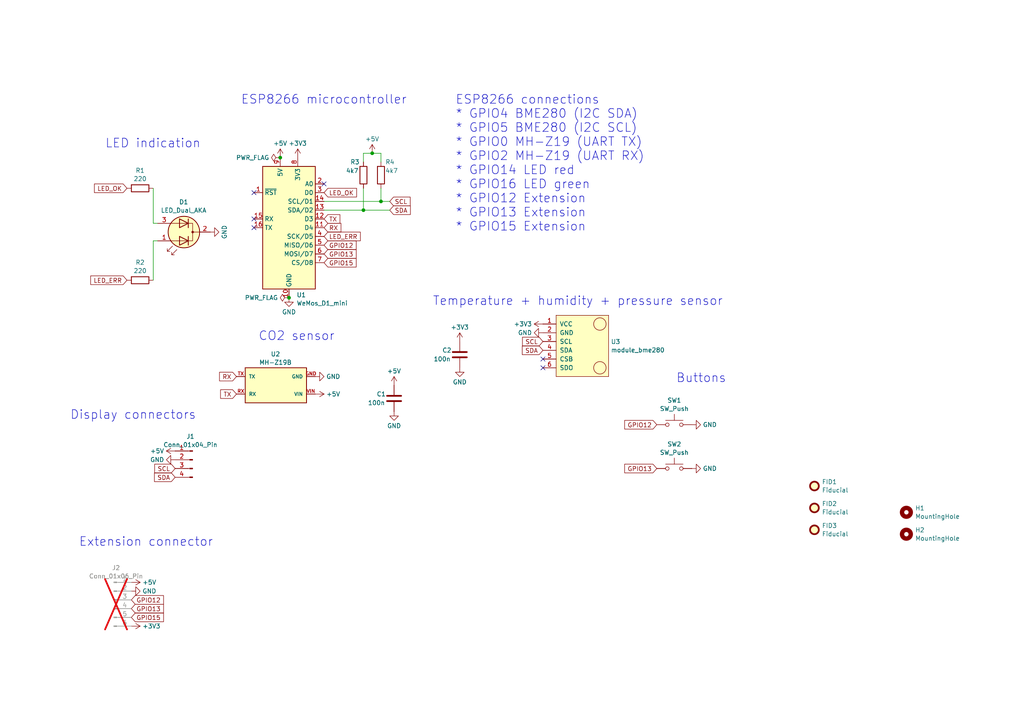
<source format=kicad_sch>
(kicad_sch (version 20231120) (generator "eeschema") (generator_version "8.0")
  (paper "A4")
  (title_block (title "Indoor sensor") (date "2024-01-26") (rev "1") (company "Djuke"))
  (lib_symbols
    (symbol "Connector:Conn_01x04_Pin" (pin_names (offset 1.016) hide)
      (property "Reference" "J" (at 0 5.08 0))
      (property "Value" "Conn_01x04_Pin" (at 0 -7.62 0))
      (symbol "Conn_01x04_Pin_1_1"
        (polyline (pts (xy 1.27 -5.08) (xy 0.8636 -5.08)) (stroke (width 0.1524)))
        (polyline (pts (xy 1.27 -2.54) (xy 0.8636 -2.54)) (stroke (width 0.1524)))
        (polyline (pts (xy 1.27 0) (xy 0.8636 0)) (stroke (width 0.1524)))
        (polyline (pts (xy 1.27 2.54) (xy 0.8636 2.54)) (stroke (width 0.1524)))
        (rectangle (start 0.8636 -4.953) (end 0 -5.207) (stroke (width 0.1524)) (fill (type outline)))
        (rectangle (start 0.8636 -2.413) (end 0 -2.667) (stroke (width 0.1524)) (fill (type outline)))
        (rectangle (start 0.8636 0.127) (end 0 -0.127) (stroke (width 0.1524)) (fill (type outline)))
        (rectangle (start 0.8636 2.667) (end 0 2.413) (stroke (width 0.1524)) (fill (type outline)))
        (pin passive line (at 5.08 2.54 180) (length 3.81) (name "Pin_1") (number "1"))
        (pin passive line (at 5.08 0 180) (length 3.81) (name "Pin_2") (number "2"))
        (pin passive line (at 5.08 -2.54 180) (length 3.81) (name "Pin_3") (number "3"))
        (pin passive line (at 5.08 -5.08 180) (length 3.81) (name "Pin_4") (number "4"))
      )
    )
    (symbol "Connector:Conn_01x06_Pin" (pin_names (offset 1.016) hide)
      (property "Reference" "J" (at 0 7.62 0))
      (property "Value" "Conn_01x06_Pin" (at 0 -10.16 0))
      (symbol "Conn_01x06_Pin_1_1"
        (polyline (pts (xy 1.27 -7.62) (xy 0.8636 -7.62)) (stroke (width 0.1524)))
        (polyline (pts (xy 1.27 -5.08) (xy 0.8636 -5.08)) (stroke (width 0.1524)))
        (polyline (pts (xy 1.27 -2.54) (xy 0.8636 -2.54)) (stroke (width 0.1524)))
        (polyline (pts (xy 1.27 0) (xy 0.8636 0)) (stroke (width 0.1524)))
        (polyline (pts (xy 1.27 2.54) (xy 0.8636 2.54)) (stroke (width 0.1524)))
        (polyline (pts (xy 1.27 5.08) (xy 0.8636 5.08)) (stroke (width 0.1524)))
        (rectangle (start 0.8636 -7.493) (end 0 -7.747) (stroke (width 0.1524)) (fill (type outline)))
        (rectangle (start 0.8636 -4.953) (end 0 -5.207) (stroke (width 0.1524)) (fill (type outline)))
        (rectangle (start 0.8636 -2.413) (end 0 -2.667) (stroke (width 0.1524)) (fill (type outline)))
        (rectangle (start 0.8636 0.127) (end 0 -0.127) (stroke (width 0.1524)) (fill (type outline)))
        (rectangle (start 0.8636 2.667) (end 0 2.413) (stroke (width 0.1524)) (fill (type outline)))
        (rectangle (start 0.8636 5.207) (end 0 4.953) (stroke (width 0.1524)) (fill (type outline)))
        (pin passive line (at 5.08 5.08 180) (length 3.81) (name "Pin_1") (number "1"))
        (pin passive line (at 5.08 2.54 180) (length 3.81) (name "Pin_2") (number "2"))
        (pin passive line (at 5.08 0 180) (length 3.81) (name "Pin_3") (number "3"))
        (pin passive line (at 5.08 -2.54 180) (length 3.81) (name "Pin_4") (number "4"))
        (pin passive line (at 5.08 -5.08 180) (length 3.81) (name "Pin_5") (number "5"))
        (pin passive line (at 5.08 -7.62 180) (length 3.81) (name "Pin_6") (number "6"))
      )
    )
    (symbol "Device:C" (pin_numbers hide) (pin_names (offset 0.254))
      (property "Reference" "C" (at 0.635 2.54 0))
      (property "Value" "C" (at 0.635 -2.54 0))
      (symbol "C_0_1"
        (polyline (pts (xy -2.032 -0.762) (xy 2.032 -0.762)) (stroke (width 0.508)))
        (polyline (pts (xy -2.032 0.762) (xy 2.032 0.762)) (stroke (width 0.508)))
      )
      (symbol "C_1_1"
        (pin passive line (at 0 3.81 270) (length 2.794) (name "~") (number "1"))
        (pin passive line (at 0 -3.81 90) (length 2.794) (name "~") (number "2"))
      )
    )
    (symbol "Device:LED_Dual_AKA" (pin_names (offset 0) hide)
      (property "Reference" "D" (at 0 5.715 0))
      (property "Value" "LED_Dual_AKA" (at 0 -6.35 0))
      (symbol "LED_Dual_AKA_0_1"
        (circle (center -2.54 0) (radius 0.2794) (fill (type outline)))
        (polyline (pts (xy -4.572 0) (xy -2.54 0)))
        (polyline (pts (xy -1.27 -1.27) (xy -1.27 -3.81)) (stroke (width 0.254)))
        (polyline (pts (xy -1.27 1.27) (xy -1.27 3.81)) (stroke (width 0.254)))
        (polyline (pts (xy 3.81 -2.54) (xy 1.905 -2.54)))
        (polyline (pts (xy 3.81 2.54) (xy 1.905 2.54)))
        (polyline (pts (xy 1.27 -3.81) (xy 1.27 -1.27) (xy -1.27 -2.54) (xy 1.27 -3.81)) (stroke (width 0.254)))
        (polyline (pts (xy 1.27 1.27) (xy 1.27 3.81) (xy -1.27 2.54) (xy 1.27 1.27)) (stroke (width 0.254)))
        (polyline (pts (xy 2.032 2.54) (xy -2.54 2.54) (xy -2.54 -2.54) (xy 2.032 -2.54)))
        (polyline (pts (xy 2.032 5.08) (xy 3.556 6.604) (xy 2.794 6.604) (xy 3.556 6.604) (xy 3.556 5.842)))
        (polyline (pts (xy 3.302 4.064) (xy 4.826 5.588) (xy 4.064 5.588) (xy 4.826 5.588) (xy 4.826 4.826)))
        (circle (center 0 0) (radius 4.572) (stroke (width 0.254)) (fill (type background)))
      )
      (symbol "LED_Dual_AKA_1_1"
        (pin input line (at 7.62 2.54 180) (length 3.81) (name "A1") (number "1"))
        (pin input line (at -7.62 0 0) (length 3.048) (name "K") (number "2"))
        (pin input line (at 7.62 -2.54 180) (length 3.81) (name "A2") (number "3"))
      )
    )
    (symbol "Device:R" (pin_numbers hide) (pin_names (offset 0))
      (property "Reference" "R" (at 2.032 0 90))
      (property "Value" "R" (at 0 0 90))
      (symbol "R_0_1"
        (rectangle (start -1.016 -2.54) (end 1.016 2.54) (stroke (width 0.254)))
      )
      (symbol "R_1_1"
        (pin passive line (at 0 3.81 270) (length 1.27) (name "~") (number "1"))
        (pin passive line (at 0 -3.81 90) (length 1.27) (name "~") (number "2"))
      )
    )
    (symbol "MH-Z19B:MH-Z19B" (pin_names (offset 1.016))
      (property "Reference" "U" (at 9.652 10.668 0))
      (property "Value" "MH-Z19B" (at 9.144 3.556 0))
      (symbol "MH-Z19B_0_0"
        (rectangle (start 0 10.16) (end 17.78 0) (stroke (width 0.254)) (fill (type background)))
        (pin bidirectional line (at -2.54 7.62 0) (length 2.54) (name "GND") (number "GND"))
        (pin bidirectional line (at -2.54 2.54 0) (length 2.54) (name "VIN") (number "VIN"))
      )
      (symbol "MH-Z19B_1_0"
        (pin bidirectional line (at 20.32 2.54 180) (length 2.54) (name "RX") (number "RX"))
        (pin bidirectional line (at 20.32 7.62 180) (length 2.54) (name "TX") (number "TX"))
      )
    )
    (symbol "Mechanical:Fiducial"
      (property "Reference" "FID" (at 0 5.08 0))
      (property "Value" "Fiducial" (at 0 3.175 0))
      (symbol "Fiducial_0_1"
        (circle (center 0 0) (radius 1.27) (stroke (width 0.508)) (fill (type background)))
      )
    )
    (symbol "Mechanical:MountingHole" (pin_names (offset 1.016))
      (property "Reference" "H" (at 0 5.08 0))
      (property "Value" "MountingHole" (at 0 3.175 0))
      (symbol "MountingHole_0_1"
        (circle (center 0 0) (radius 1.27) (stroke (width 1.27)))
      )
    )
    (symbol "RF_Module:WEMOS_D1_mini"
      (property "Reference" "U" (at 3.81 19.05 0))
      (property "Value" "WEMOS_D1_mini" (at 1.27 -19.05 0))
      (symbol "WEMOS_D1_mini_1_1"
        (rectangle (start -7.62 17.78) (end 7.62 -17.78) (stroke (width 0.254)) (fill (type background)))
        (pin input line (at -10.16 10.16 0) (length 2.54) (name "~{RST}") (number "1"))
        (pin power_in line (at 0 -20.32 90) (length 2.54) (name "GND") (number "10"))
        (pin bidirectional line (at 10.16 0 180) (length 2.54) (name "D4") (number "11"))
        (pin bidirectional line (at 10.16 2.54 180) (length 2.54) (name "D3") (number "12"))
        (pin bidirectional line (at 10.16 5.08 180) (length 2.54) (name "SDA/D2") (number "13"))
        (pin bidirectional line (at 10.16 7.62 180) (length 2.54) (name "SCL/D1") (number "14"))
        (pin input line (at -10.16 2.54 0) (length 2.54) (name "RX") (number "15"))
        (pin output line (at -10.16 0 0) (length 2.54) (name "TX") (number "16"))
        (pin input line (at 10.16 12.7 180) (length 2.54) (name "A0") (number "2"))
        (pin bidirectional line (at 10.16 10.16 180) (length 2.54) (name "D0") (number "3"))
        (pin bidirectional line (at 10.16 -2.54 180) (length 2.54) (name "SCK/D5") (number "4"))
        (pin bidirectional line (at 10.16 -5.08 180) (length 2.54) (name "MISO/D6") (number "5"))
        (pin bidirectional line (at 10.16 -7.62 180) (length 2.54) (name "MOSI/D7") (number "6"))
        (pin bidirectional line (at 10.16 -10.16 180) (length 2.54) (name "CS/D8") (number "7"))
        (pin power_out line (at 2.54 20.32 270) (length 2.54) (name "3V3") (number "8"))
        (pin power_in line (at -2.54 20.32 270) (length 2.54) (name "5V") (number "9"))
      )
    )
    (symbol "Switch:SW_Push" (pin_numbers hide) (pin_names (offset 1.016) hide)
      (property "Reference" "SW" (at 1.27 2.54 0))
      (property "Value" "SW_Push" (at 0 -1.524 0))
      (symbol "SW_Push_0_1"
        (circle (center -2.032 0) (radius 0.508))
        (polyline (pts (xy 0 1.27) (xy 0 3.048)))
        (polyline (pts (xy 2.54 1.27) (xy -2.54 1.27)))
        (circle (center 2.032 0) (radius 0.508))
        (pin passive line (at -5.08 0 0) (length 2.54) (name "1") (number "1"))
        (pin passive line (at 5.08 0 180) (length 2.54) (name "2") (number "2"))
      )
    )
    (symbol "power:+3V3" (power) (pin_names (offset 0))
      (property "Value" "+3V3" (at 0 3.556 0))
      (symbol "+3V3_0_1"
        (polyline (pts (xy -0.762 1.27) (xy 0 2.54)))
        (polyline (pts (xy 0 0) (xy 0 2.54)))
        (polyline (pts (xy 0 2.54) (xy 0.762 1.27)))
      )
      (symbol "+3V3_1_1"
        (pin power_in line (at 0 0 90) (length 0) hide (name "+3V3") (number "1"))
      )
    )
    (symbol "power:+5V" (power) (pin_names (offset 0))
      (property "Value" "+5V" (at 0 3.556 0))
      (symbol "+5V_0_1"
        (polyline (pts (xy -0.762 1.27) (xy 0 2.54)))
        (polyline (pts (xy 0 0) (xy 0 2.54)))
        (polyline (pts (xy 0 2.54) (xy 0.762 1.27)))
      )
      (symbol "+5V_1_1"
        (pin power_in line (at 0 0 90) (length 0) hide (name "+5V") (number "1"))
      )
    )
    (symbol "power:GND" (power) (pin_names (offset 0))
      (property "Value" "GND" (at 0 -3.81 0))
      (symbol "GND_0_1"
        (polyline (pts (xy 0 0) (xy 0 -1.27) (xy 1.27 -1.27) (xy 0 -2.54) (xy -1.27 -1.27) (xy 0 -1.27)))
      )
      (symbol "GND_1_1"
        (pin power_in line (at 0 0 270) (length 0) hide (name "GND") (number "1"))
      )
    )
    (symbol "power:PWR_FLAG" (power) (pin_numbers hide) (pin_names (offset 0) hide)
      (property "Value" "PWR_FLAG" (at 0 3.81 0))
      (symbol "PWR_FLAG_0_0"
        (pin power_out line (at 0 0 90) (length 0) (name "pwr") (number "1"))
      )
      (symbol "PWR_FLAG_0_1"
        (polyline (pts (xy 0 0) (xy 0 1.27) (xy -1.016 1.905) (xy 0 2.54) (xy 1.016 1.905) (xy 0 1.27)))
      )
    )
    (symbol "usini_sensors:module_bme280" (pin_names (offset 1.016))
      (property "Reference" "U" (at 3.81 11.43 0))
      (property "Value" "module_bme280" (at 11.43 -8.89 0))
      (symbol "module_bme280_0_1"
        (rectangle (start 3.81 -7.62) (end 19.05 10.16) (fill (type background)))
        (circle (center 16.51 -5.08) (radius 1.8034))
        (circle (center 16.51 7.62) (radius 1.8034))
      )
      (symbol "module_bme280_1_1"
        (pin passive line (at 0 7.62 0) (length 3.81) (name "VCC") (number "1"))
        (pin passive line (at 0 5.08 0) (length 3.81) (name "GND") (number "2"))
        (pin passive line (at 0 2.54 0) (length 3.81) (name "SCL") (number "3"))
        (pin passive line (at 0 0 0) (length 3.81) (name "SDA") (number "4"))
        (pin passive line (at 0 -2.54 0) (length 3.81) (name "CSB") (number "5"))
        (pin passive line (at 0 -5.08 0) (length 3.81) (name "SDO") (number "6"))
      )
    )
  )
  (junction (at 81.28 45.72))
  (junction (at 105.41 60.96))
  (junction (at 83.82 86.36))
  (junction (at 110.49 58.42))
  (junction (at 107.95 44.45))
  (no_connect (at 73.66 66.04))
  (no_connect (at 93.98 53.34))
  (no_connect (at 157.48 104.14))
  (no_connect (at 73.66 55.88))
  (no_connect (at 157.48 106.68))
  (no_connect (at 73.66 63.5))
  (wire (pts (xy 110.49 54.61) (xy 110.49 58.42)))
  (wire (pts (xy 110.49 46.99) (xy 110.49 44.45)))
  (wire (pts (xy 44.45 54.61) (xy 44.45 64.77)))
  (wire (pts (xy 44.45 81.28) (xy 44.45 69.85)))
  (wire (pts (xy 93.98 60.96) (xy 105.41 60.96)))
  (wire (pts (xy 110.49 58.42) (xy 113.03 58.42)))
  (wire (pts (xy 105.41 44.45) (xy 107.95 44.45)))
  (wire (pts (xy 44.45 64.77) (xy 45.72 64.77)))
  (wire (pts (xy 44.45 69.85) (xy 45.72 69.85)))
  (wire (pts (xy 93.98 58.42) (xy 110.49 58.42)))
  (wire (pts (xy 107.95 44.45) (xy 110.49 44.45)))
  (wire (pts (xy 105.41 54.61) (xy 105.41 60.96)))
  (wire (pts (xy 105.41 60.96) (xy 113.03 60.96)))
  (wire (pts (xy 105.41 44.45) (xy 105.41 46.99)))
  (text "Temperature + humidity + pressure sensor" (at 125.476 88.9 0) (effects (font (size 2.54 2.54)) (justify left bottom)))
  (text "ESP8266 connections\n* GPIO4 BME280 (I2C SDA)\n* GPIO5 BME280 (I2C SCL)\n* GPIO0 MH-Z19 (UART TX)\n* GPIO2 MH-Z19 (UART RX)\n* GPIO14 LED red\n* GPIO16 LED green\n* GPIO12 Extension\n* GPIO13 Extension\n* GPIO15 Extension\n" (at 132.08 67.31 0) (effects (font (size 2.54 2.54)) (justify left bottom)))
  (text "ESP8266 microcontroller" (at 69.85 30.48 0) (effects (font (size 2.54 2.54)) (justify left bottom)))
  (text "LED indication" (at 30.48 43.18 0) (effects (font (size 2.54 2.54)) (justify left bottom)))
  (text "Extension connector" (at 22.86 158.75 0) (effects (font (size 2.54 2.54)) (justify left bottom)))
  (text "CO2 sensor" (at 74.93 99.06 0) (effects (font (size 2.54 2.54)) (justify left bottom)))
  (text "Display connectors" (at 20.32 121.92 0) (effects (font (size 2.54 2.54)) (justify left bottom)))
  (text "Buttons" (at 196.088 111.252 0) (effects (font (size 2.54 2.54)) (justify left bottom)))
  (global_label "SCL" (shape input) (at 113.03 58.42 0) (property "Intersheetrefs" "${INTERSHEET_REFS}" (effects (hide yes))))
  (global_label "LED_ERR" (shape input) (at 36.83 81.28 180) (property "Intersheetrefs" "${INTERSHEET_REFS}" (effects (hide yes))))
  (global_label "GPIO12" (shape input) (at 93.98 71.12 0) (property "Intersheetrefs" "${INTERSHEET_REFS}" (effects (hide yes))))
  (global_label "TX" (shape input) (at 93.98 63.5 0) (property "Intersheetrefs" "${INTERSHEET_REFS}" (effects (hide yes))))
  (global_label "LED_OK" (shape input) (at 36.83 54.61 180) (property "Intersheetrefs" "${INTERSHEET_REFS}" (effects (hide yes))))
  (global_label "SCL" (shape input) (at 50.8 135.89 180) (property "Intersheetrefs" "${INTERSHEET_REFS}" (effects (hide yes))))
  (global_label "RX" (shape input) (at 93.98 66.04 0) (property "Intersheetrefs" "${INTERSHEET_REFS}" (effects (hide yes))))
  (global_label "RX" (shape input) (at 68.58 109.22 180) (property "Intersheetrefs" "${INTERSHEET_REFS}" (effects (hide yes))))
  (global_label "SDA" (shape input) (at 113.03 60.96 0) (property "Intersheetrefs" "${INTERSHEET_REFS}" (effects (hide yes))))
  (global_label "GPIO13" (shape input) (at 190.5 135.89 180) (property "Intersheetrefs" "${INTERSHEET_REFS}" (effects (hide yes))))
  (global_label "GPIO15" (shape input) (at 38.1 179.07 0) (property "Intersheetrefs" "${INTERSHEET_REFS}" (effects (hide yes))))
  (global_label "GPIO12" (shape input) (at 190.5 123.19 180) (property "Intersheetrefs" "${INTERSHEET_REFS}" (effects (hide yes))))
  (global_label "LED_OK" (shape input) (at 93.98 55.88 0) (property "Intersheetrefs" "${INTERSHEET_REFS}" (effects (hide yes))))
  (global_label "SDA" (shape input) (at 50.8 138.43 180) (property "Intersheetrefs" "${INTERSHEET_REFS}" (effects (hide yes))))
  (global_label "SCL" (shape input) (at 157.48 99.06 180) (property "Intersheetrefs" "${INTERSHEET_REFS}" (effects (hide yes))))
  (global_label "GPIO12" (shape input) (at 38.1 173.99 0) (property "Intersheetrefs" "${INTERSHEET_REFS}" (effects (hide yes))))
  (global_label "GPIO13" (shape input) (at 38.1 176.53 0) (property "Intersheetrefs" "${INTERSHEET_REFS}" (effects (hide yes))))
  (global_label "LED_ERR" (shape input) (at 93.98 68.58 0) (property "Intersheetrefs" "${INTERSHEET_REFS}" (effects (hide yes))))
  (global_label "GPIO13" (shape input) (at 93.98 73.66 0) (property "Intersheetrefs" "${INTERSHEET_REFS}" (effects (hide yes))))
  (global_label "SDA" (shape input) (at 157.48 101.6 180) (property "Intersheetrefs" "${INTERSHEET_REFS}" (effects (hide yes))))
  (global_label "TX" (shape input) (at 68.58 114.3 180) (property "Intersheetrefs" "${INTERSHEET_REFS}" (effects (hide yes))))
  (global_label "GPIO15" (shape input) (at 93.98 76.2 0) (property "Intersheetrefs" "${INTERSHEET_REFS}" (effects (hide yes))))
  (symbol (lib_id "power:PWR_FLAG") (at 83.82 86.36 90) (unit 1)
    (property "Reference" "#FLG02" (effects (hide yes)))
    (property "Value" "PWR_FLAG" (at 80.6451 86.36 90) (effects (justify left)))
  )
  (symbol (lib_id "power:+3V3") (at 86.36 45.72 0) (unit 1)
    (property "Reference" "#PWR014" (effects (hide yes)))
    (property "Value" "+3V3" (at 86.36 41.5869 0))
  )
  (symbol (lib_id "Device:R") (at 105.41 50.8 180) (unit 1)
    (property "Reference" "R3" (at 101.6 46.99 0) (effects (justify right)))
    (property "Value" "4k7" (at 100.33 49.53 0) (effects (justify right)))
    (property "Footprint" "Resistor_SMD:R_0805_2012Metric" (effects (hide yes)))
  )
  (symbol (lib_id "power:GND") (at 133.35 106.68 0) (mirror y) (unit 1)
    (property "Reference" "#PWR020" (effects (hide yes)))
    (property "Value" "GND" (at 133.35 110.8131 0))
  )
  (symbol (lib_id "power:GND") (at 38.1 171.45 90) (unit 1)
    (property "Reference" "#PWR013" (effects (hide yes)))
    (property "Value" "GND" (at 41.275 171.45 90) (effects (justify right)))
  )
  (symbol (lib_id "power:GND") (at 114.3 119.38 0) (mirror y) (unit 1)
    (property "Reference" "#PWR08" (effects (hide yes)))
    (property "Value" "GND" (at 114.3 123.5131 0))
  )
  (symbol (lib_id "Mechanical:Fiducial") (at 236.22 147.32 0) (unit 1)
    (property "Reference" "FID2" (at 238.379 146.1079 0) (effects (justify left)))
    (property "Value" "Fiducial" (at 238.379 148.5321 0) (effects (justify left)))
    (property "Footprint" "Fiducial:Fiducial_1mm_Mask2mm" (effects (hide yes)))
  )
  (symbol (lib_id "Device:R") (at 40.64 54.61 90) (unit 1)
    (property "Reference" "R1" (at 40.64 49.4497 90))
    (property "Value" "220" (at 40.64 51.8739 90))
    (property "Footprint" "Resistor_SMD:R_0805_2012Metric" (effects (hide yes)))
  )
  (symbol (lib_id "power:+5V") (at 38.1 168.91 270) (unit 1)
    (property "Reference" "#PWR012" (effects (hide yes)))
    (property "Value" "+5V" (at 41.275 168.91 90) (effects (justify left)))
  )
  (symbol (lib_id "Connector:Conn_01x06_Pin") (at 33.02 173.99 0) (unit 1) (dnp yes)
    (property "Reference" "J2" (at 33.655 164.6895 0))
    (property "Value" "Conn_01x06_Pin" (at 33.655 167.1137 0))
    (property "Footprint" "Connector_PinSocket_2.54mm:PinSocket_1x06_P2.54mm_Vertical" (effects (hide yes)))
  )
  (symbol (lib_id "power:+5V") (at 81.28 45.72 0) (unit 1)
    (property "Reference" "#PWR03" (effects (hide yes)))
    (property "Value" "+5V" (at 81.28 41.5869 0))
  )
  (symbol (lib_id "Device:R") (at 40.64 81.28 90) (unit 1)
    (property "Reference" "R2" (at 40.64 76.1197 90))
    (property "Value" "220" (at 40.64 78.5439 90))
    (property "Footprint" "Resistor_SMD:R_0805_2012Metric" (effects (hide yes)))
  )
  (symbol (lib_id "Device:R") (at 110.49 50.8 180) (unit 1)
    (property "Reference" "R4" (at 111.76 46.99 0) (effects (justify right)))
    (property "Value" "4k7" (at 111.76 49.53 0) (effects (justify right)))
    (property "Footprint" "Resistor_SMD:R_0805_2012Metric" (effects (hide yes)))
  )
  (symbol (lib_id "power:+5V") (at 107.95 44.45 0) (unit 1)
    (property "Reference" "#PWR011" (effects (hide yes)))
    (property "Value" "+5V" (at 107.95 40.3169 0))
  )
  (symbol (lib_id "power:PWR_FLAG") (at 81.28 45.72 90) (unit 1)
    (property "Reference" "#FLG01" (effects (hide yes)))
    (property "Value" "PWR_FLAG" (at 78.1051 45.72 90) (effects (justify left)))
  )
  (symbol (lib_id "power:GND") (at 157.48 96.52 270) (mirror x) (unit 1)
    (property "Reference" "#PWR07" (effects (hide yes)))
    (property "Value" "GND" (at 154.3051 96.52 90) (effects (justify right)))
  )
  (symbol (lib_id "Mechanical:Fiducial") (at 236.22 140.97 0) (unit 1)
    (property "Reference" "FID1" (at 238.379 139.7579 0) (effects (justify left)))
    (property "Value" "Fiducial" (at 238.379 142.1821 0) (effects (justify left)))
    (property "Footprint" "Fiducial:Fiducial_1mm_Mask2mm" (effects (hide yes)))
  )
  (symbol (lib_id "power:GND") (at 50.8 133.35 270) (mirror x) (unit 1)
    (property "Reference" "#PWR017" (effects (hide yes)))
    (property "Value" "GND" (at 47.6251 133.35 90) (effects (justify right)))
  )
  (symbol (lib_id "Mechanical:Fiducial") (at 236.22 153.67 0) (unit 1)
    (property "Reference" "FID3" (at 238.379 152.4579 0) (effects (justify left)))
    (property "Value" "Fiducial" (at 238.379 154.8821 0) (effects (justify left)))
    (property "Footprint" "Fiducial:Fiducial_1mm_Mask2mm" (effects (hide yes)))
  )
  (symbol (lib_id "power:+3V3") (at 38.1 181.61 270) (unit 1)
    (property "Reference" "#PWR015" (effects (hide yes)))
    (property "Value" "+3V3" (at 41.275 181.61 90) (effects (justify left)))
  )
  (symbol (lib_id "Switch:SW_Push") (at 195.58 135.89 0) (unit 1)
    (property "Reference" "SW2" (at 195.58 128.8245 0))
    (property "Value" "SW_Push" (at 195.58 131.2488 0))
    (property "Footprint" "Button_Switch_THT:SW_PUSH_6mm_H5mm" (effects (hide yes)))
    (property "Description" "Push button switch, generic, two pins" (effects (hide yes)))
  )
  (symbol (lib_id "power:GND") (at 83.82 86.36 0) (unit 1)
    (property "Reference" "#PWR02" (effects (hide yes)))
    (property "Value" "GND" (at 83.82 90.4931 0))
  )
  (symbol (lib_id "power:GND") (at 91.44 109.22 90) (mirror x) (unit 1)
    (property "Reference" "#PWR04" (effects (hide yes)))
    (property "Value" "GND" (at 94.615 109.22 90) (effects (justify right)))
  )
  (symbol (lib_id "power:+5V") (at 91.44 114.3 270) (mirror x) (unit 1)
    (property "Reference" "#PWR01" (effects (hide yes)))
    (property "Value" "+5V" (at 94.615 114.3 90) (effects (justify left)))
  )
  (symbol (lib_id "power:GND") (at 60.96 67.31 90) (unit 1)
    (property "Reference" "#PWR06" (effects (hide yes)))
    (property "Value" "GND" (at 65.0931 67.31 0))
  )
  (symbol (lib_id "power:+5V") (at 50.8 130.81 90) (unit 1)
    (property "Reference" "#PWR018" (effects (hide yes)))
    (property "Value" "+5V" (at 47.6251 130.81 90) (effects (justify left)))
  )
  (symbol (lib_id "Device:LED_Dual_AKA") (at 53.34 67.31 180) (unit 1)
    (property "Reference" "D1" (at 53.2765 58.5937 0))
    (property "Value" "LED_Dual_AKA" (at 53.2765 61.0179 0))
    (property "Footprint" "LED_THT:LED_D3.0mm-3" (effects (hide yes)))
  )
  (symbol (lib_id "power:GND") (at 200.66 123.19 90) (unit 1)
    (property "Reference" "#PWR010" (effects (hide yes)))
    (property "Value" "GND" (at 203.835 123.19 90) (effects (justify right)))
  )
  (symbol (lib_id "Mechanical:MountingHole") (at 262.89 154.94 0) (unit 1)
    (property "Reference" "H2" (at 265.43 153.7279 0) (effects (justify left)))
    (property "Value" "MountingHole" (at 265.43 156.1521 0) (effects (justify left)))
    (property "Footprint" "MountingHole:MountingHole_2.2mm_M2" (effects (hide yes)))
  )
  (symbol (lib_id "usini_sensors:module_bme280") (at 157.48 101.6 0) (unit 1)
    (property "Reference" "U3" (at 177.165 99.1178 0) (effects (justify left)))
    (property "Value" "module_bme280" (at 177.165 101.5421 0) (effects (justify left)))
    (property "Footprint" "Libraries:module_bme280" (effects (hide yes)))
  )
  (symbol (lib_id "Device:C") (at 133.35 102.87 0) (mirror y) (unit 1)
    (property "Reference" "C2" (at 128.27 101.6 0) (effects (justify right)))
    (property "Value" "100n" (at 125.73 104.14 0) (effects (justify right)))
    (property "Footprint" "Capacitor_SMD:C_0805_2012Metric" (effects (hide yes)))
  )
  (symbol (lib_id "power:GND") (at 200.66 135.89 90) (unit 1)
    (property "Reference" "#PWR016" (effects (hide yes)))
    (property "Value" "GND" (at 203.835 135.89 90) (effects (justify right)))
  )
  (symbol (lib_id "power:+3V3") (at 157.48 93.98 90) (unit 1)
    (property "Reference" "#PWR019" (effects (hide yes)))
    (property "Value" "+3V3" (at 154.305 93.98 90) (effects (justify left)))
  )
  (symbol (lib_id "Device:C") (at 114.3 115.57 0) (mirror y) (unit 1)
    (property "Reference" "C1" (at 109.22 114.3 0) (effects (justify right)))
    (property "Value" "100n" (at 106.68 116.84 0) (effects (justify right)))
    (property "Footprint" "Capacitor_SMD:C_0805_2012Metric" (effects (hide yes)))
  )
  (symbol (lib_id "RF_Module:WEMOS_D1_mini") (at 83.82 66.04 0) (unit 1)
    (property "Reference" "U1" (at 86.0141 85.5401 0) (effects (justify left)))
    (property "Value" "WeMos_D1_mini" (at 86.0141 87.9644 0) (effects (justify left)))
    (property "Footprint" "RF_Module:WEMOS_D1_mini_light" (effects (hide yes)))
    (property "Datasheet" "https://wiki.wemos.cc/products:d1:d1_mini#documentation" (effects (hide yes)))
    (property "Description" "32-bit microcontroller module with WiFi" (effects (hide yes)))
  )
  (symbol (lib_id "MH-Z19B:MH-Z19B") (at 88.9 116.84 0) (mirror y) (unit 1)
    (property "Reference" "U2" (at 79.9 102.6957 0))
    (property "Value" "MH-Z19B" (at 79.9 105.1199 0))
    (property "Footprint" "Libraries:MH-Z19B-FOOT" (effects (hide yes)))
    (property "Description" "Intelligent Infrared CO2 Module" (effects (hide yes)))
    (property "MF" "Winsen" (effects (hide yes)))
    (property "Package" "Package" (effects (hide yes)))
    (property "Price" "None" (effects (hide yes)))
    (property "SnapEDA_Link" "https://www.snapeda.com/parts/MH-Z19B/Winsen/view-part/?ref=snap" (effects (hide yes)))
    (property "MP" "MH-Z19B" (effects (hide yes)))
    (property "Availability" "Not in stock" (effects (hide yes)))
    (property "Check_prices" "https://www.snapeda.com/parts/MH-Z19B/Winsen/view-part/?ref=eda" (effects (hide yes)))
    (property "Description_1" "\nIntelligent Infrared CO2 Module\n" (effects (hide yes)))
  )
  (symbol (lib_id "Switch:SW_Push") (at 195.58 123.19 0) (unit 1)
    (property "Reference" "SW1" (at 195.58 116.1245 0))
    (property "Value" "SW_Push" (at 195.58 118.5488 0))
    (property "Footprint" "Button_Switch_THT:SW_PUSH_6mm_H5mm" (effects (hide yes)))
    (property "Description" "Push button switch, generic, two pins" (effects (hide yes)))
  )
  (symbol (lib_id "power:+3V3") (at 133.35 99.06 0) (unit 1)
    (property "Reference" "#PWR05" (effects (hide yes)))
    (property "Value" "+3V3" (at 133.35 94.9269 0))
  )
  (symbol (lib_id "Connector:Conn_01x04_Pin") (at 55.88 133.35 0) (mirror y) (unit 1)
    (property "Reference" "J1" (at 55.245 126.5895 0))
    (property "Value" "Conn_01x04_Pin" (at 55.245 129.0137 0))
    (property "Footprint" "Connector_PinSocket_2.54mm:PinSocket_1x04_P2.54mm_Vertical" (effects (hide yes)))
  )
  (symbol (lib_id "power:+5V") (at 114.3 111.76 0) (unit 1)
    (property "Reference" "#PWR09" (effects (hide yes)))
    (property "Value" "+5V" (at 114.3 107.6269 0))
  )
  (symbol (lib_id "Mechanical:MountingHole") (at 262.89 148.59 0) (unit 1)
    (property "Reference" "H1" (at 265.43 147.3779 0) (effects (justify left)))
    (property "Value" "MountingHole" (at 265.43 149.8021 0) (effects (justify left)))
    (property "Footprint" "MountingHole:MountingHole_2.2mm_M2" (effects (hide yes)))
  )
)
</source>
